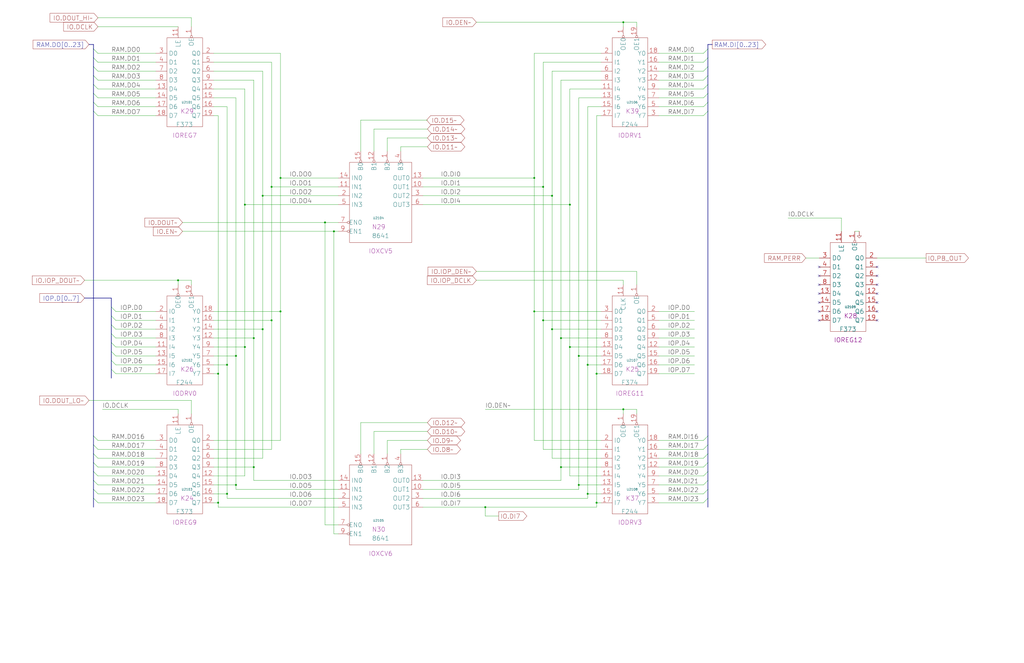
<source format=kicad_sch>
(kicad_sch (version 20230121) (generator eeschema)
  (paper "User" 584.2 378.46)
  (title_block (title "IO BUS\\nMSB DATA PATHS") (date "22-SEP-90") (rev "2.0") (comment 1 "IOC") (comment 2 "232-003061") (comment 3 "S400") (comment 4 "RELEASED"))
  (lib_symbols
    (symbol "r1000:8641" (pin_names (offset 1.016))
      (property "Reference" "U" (at 2.54 5.08 0))
      (property "Value" "8641" (at -1.27 -5.08 0))
      (property "Location" "___" (at -1.27 0 0))
      (property "Name" "______" (at 3.81 -15.24 0))
      (symbol "8641_1_1"
        (circle (center -14.605 -2.54) (radius 0.635))
        (circle (center -14.605 2.54) (radius 0.635))
        (rectangle (start -13.97 36.83) (end 21.59 -8.89))
        (circle (center -7.62 37.465) (radius 0.635))
        (circle (center 0 37.465) (radius 0.635))
        (circle (center 7.62 37.465) (radius 0.635))
        (circle (center 15.24 37.465) (radius 0.635))
        (pin bidirectional line (at 7.62 43.18 270) (length 5.08) (name "B2") (number "1"))
        (pin output line (at 27.94 22.86 180) (length 6.35) (name "OUT1") (number "10"))
        (pin input line (at -20.32 22.86 0) (length 6.35) (name "IN1") (number "11"))
        (pin bidirectional line (at 0 43.18 270) (length 5.08) (name "B1") (number "12"))
        (pin output line (at 27.94 27.94 180) (length 6.35) (name "OUT0") (number "13"))
        (pin input line (at -20.32 27.94 0) (length 6.35) (name "IN0") (number "14"))
        (pin bidirectional line (at -7.62 43.18 270) (length 5.08) (name "B0") (number "15"))
        (pin input line (at -20.32 17.78 0) (length 6.35) (name "IN2") (number "2"))
        (pin output line (at 27.94 17.78 180) (length 6.35) (name "OUT2") (number "3"))
        (pin bidirectional line (at 15.24 43.18 270) (length 5.08) (name "B3") (number "4"))
        (pin input line (at -20.32 12.7 0) (length 6.35) (name "IN3") (number "5"))
        (pin output line (at 27.94 12.7 180) (length 6.35) (name "OUT3") (number "6"))
        (pin input line (at -20.32 2.54 0) (length 5.08) (name "EN0") (number "7"))
        (pin input line (at -20.32 -2.54 0) (length 5.08) (name "EN1") (number "9"))
      )
    )
    (symbol "r1000:F244" (pin_names (offset 1.016))
      (property "Reference" "U" (at 2.54 5.08 0))
      (property "Value" "F244" (at -3.81 -7.62 0))
      (property "Location" "___" (at -1.27 0 0))
      (property "Name" "______" (at 1.27 -15.24 0))
      (symbol "F244_1_1"
        (rectangle (start -8.89 41.91) (end 11.43 -8.89))
        (circle (center -2.54 42.545) (radius 0.635))
        (circle (center 5.08 42.545) (radius 0.635))
        (pin input line (at -2.54 48.26 270) (length 5.08) (name "OE0") (number "1"))
        (pin input line (at -15.24 12.7 0) (length 6.35) (name "I4") (number "11"))
        (pin tri_state line (at 17.78 17.78 180) (length 6.35) (name "Y3") (number "12"))
        (pin input line (at -15.24 7.62 0) (length 6.35) (name "I5") (number "13"))
        (pin tri_state line (at 17.78 22.86 180) (length 6.35) (name "Y2") (number "14"))
        (pin input line (at -15.24 2.54 0) (length 6.35) (name "I6") (number "15"))
        (pin tri_state line (at 17.78 27.94 180) (length 6.35) (name "Y1") (number "16"))
        (pin input line (at -15.24 -2.54 0) (length 6.35) (name "I7") (number "17"))
        (pin tri_state line (at 17.78 33.02 180) (length 6.35) (name "Y0") (number "18"))
        (pin input line (at 5.08 48.26 270) (length 5.08) (name "OE1") (number "19"))
        (pin input line (at -15.24 33.02 0) (length 6.35) (name "I0") (number "2"))
        (pin tri_state line (at 17.78 -2.54 180) (length 6.35) (name "Y7") (number "3"))
        (pin input line (at -15.24 27.94 0) (length 6.35) (name "I1") (number "4"))
        (pin tri_state line (at 17.78 2.54 180) (length 6.35) (name "Y6") (number "5"))
        (pin input line (at -15.24 22.86 0) (length 6.35) (name "I2") (number "6"))
        (pin tri_state line (at 17.78 7.62 180) (length 6.35) (name "Y5") (number "7"))
        (pin input line (at -15.24 17.78 0) (length 6.35) (name "I3") (number "8"))
        (pin tri_state line (at 17.78 12.7 180) (length 6.35) (name "Y4") (number "9"))
      )
    )
    (symbol "r1000:F373" (pin_names (offset 1.016))
      (property "Reference" "U" (at 2.54 5.08 0))
      (property "Value" "F373" (at -3.81 -7.62 0))
      (property "Location" "___" (at -1.27 0 0))
      (property "Name" "______" (at 1.27 -15.24 0))
      (symbol "F373_1_1"
        (rectangle (start -8.89 41.91) (end 11.43 -8.89))
        (circle (center 5.08 42.545) (radius 0.635))
        (pin input line (at 5.08 48.26 270) (length 5.08) (name "OE") (number "1"))
        (pin input line (at -2.54 48.26 270) (length 6.35) (name "LE") (number "11"))
        (pin tri_state line (at 17.78 12.7 180) (length 6.35) (name "Q4") (number "12"))
        (pin input line (at -15.24 12.7 0) (length 6.35) (name "D4") (number "13"))
        (pin input line (at -15.24 7.62 0) (length 6.35) (name "D5") (number "14"))
        (pin tri_state line (at 17.78 7.62 180) (length 6.35) (name "Q5") (number "15"))
        (pin tri_state line (at 17.78 2.54 180) (length 6.35) (name "Q6") (number "16"))
        (pin input line (at -15.24 2.54 0) (length 6.35) (name "D6") (number "17"))
        (pin input line (at -15.24 -2.54 0) (length 6.35) (name "D7") (number "18"))
        (pin tri_state line (at 17.78 -2.54 180) (length 6.35) (name "Q7") (number "19"))
        (pin tri_state line (at 17.78 33.02 180) (length 6.35) (name "Q0") (number "2"))
        (pin input line (at -15.24 33.02 0) (length 6.35) (name "D0") (number "3"))
        (pin input line (at -15.24 27.94 0) (length 6.35) (name "D1") (number "4"))
        (pin tri_state line (at 17.78 27.94 180) (length 6.35) (name "Q1") (number "5"))
        (pin tri_state line (at 17.78 22.86 180) (length 6.35) (name "Q2") (number "6"))
        (pin input line (at -15.24 22.86 0) (length 6.35) (name "D2") (number "7"))
        (pin input line (at -15.24 17.78 0) (length 6.35) (name "D3") (number "8"))
        (pin tri_state line (at 17.78 17.78 180) (length 6.35) (name "Q3") (number "9"))
      )
    )
    (symbol "r1000:F374" (pin_names (offset 1.016))
      (property "Reference" "U" (at 2.54 5.08 0))
      (property "Value" "F374" (at -3.81 -7.62 0))
      (property "Location" "___" (at -1.27 0 0))
      (property "Name" "______" (at 1.27 -15.24 0))
      (symbol "F374_1_1"
        (rectangle (start -8.89 41.91) (end 11.43 -8.89))
        (circle (center 5.08 42.545) (radius 0.635))
        (pin input line (at 5.08 48.26 270) (length 5.08) (name "OE") (number "1"))
        (pin input line (at -2.54 48.26 270) (length 6.35) (name "CLK") (number "11"))
        (pin tri_state line (at 17.78 12.7 180) (length 6.35) (name "Q4") (number "12"))
        (pin input line (at -15.24 12.7 0) (length 6.35) (name "D4") (number "13"))
        (pin input line (at -15.24 7.62 0) (length 6.35) (name "D5") (number "14"))
        (pin tri_state line (at 17.78 7.62 180) (length 6.35) (name "Q5") (number "15"))
        (pin tri_state line (at 17.78 2.54 180) (length 6.35) (name "Q6") (number "16"))
        (pin input line (at -15.24 2.54 0) (length 6.35) (name "D6") (number "17"))
        (pin input line (at -15.24 -2.54 0) (length 6.35) (name "D7") (number "18"))
        (pin tri_state line (at 17.78 -2.54 180) (length 6.35) (name "Q7") (number "19"))
        (pin tri_state line (at 17.78 33.02 180) (length 6.35) (name "Q0") (number "2"))
        (pin input line (at -15.24 33.02 0) (length 6.35) (name "D0") (number "3"))
        (pin input line (at -15.24 27.94 0) (length 6.35) (name "D1") (number "4"))
        (pin tri_state line (at 17.78 27.94 180) (length 6.35) (name "Q1") (number "5"))
        (pin tri_state line (at 17.78 22.86 180) (length 6.35) (name "Q2") (number "6"))
        (pin input line (at -15.24 22.86 0) (length 6.35) (name "D2") (number "7"))
        (pin input line (at -15.24 17.78 0) (length 6.35) (name "D3") (number "8"))
        (pin tri_state line (at 17.78 17.78 180) (length 6.35) (name "Q3") (number "9"))
      )
    )
    (symbol "r1000:PD" (power) (pin_numbers hide) (pin_names hide) (in_bom no)
      (symbol "PD_0_1"
        (polyline (pts (xy 0 -2.54) (xy 1.27 -2.54) (xy 0 -3.81) (xy -1.27 -2.54) (xy 0 -2.54)) (stroke (width 0.1524)))
      )
      (symbol "PD_1_1"
        (pin power_in line (at 0 0 270) (length 2.54) (name "PD") (number "1"))
      )
    )
  )
  (junction (at 335.28 208.28))
  (junction (at 134.62 276.86))
  (junction (at 325.12 116.84))
  (junction (at 309.88 182.88))
  (junction (at 355.6 233.68))
  (junction (at 124.46 213.36))
  (junction (at 144.78 266.7))
  (junction (at 190.5 132.08))
  (junction (at 320.04 266.7))
  (junction (at 185.42 127))
  (junction (at 320.04 193.04))
  (junction (at 129.54 208.28))
  (junction (at 325.12 198.12))
  (junction (at 335.28 281.94))
  (junction (at 144.78 193.04))
  (junction (at 139.7 198.12))
  (junction (at 154.94 182.88))
  (junction (at 340.36 213.36))
  (junction (at 314.96 187.96))
  (junction (at 154.94 106.68))
  (junction (at 149.86 111.76))
  (junction (at 330.2 203.2))
  (junction (at 355.6 12.7))
  (junction (at 160.02 101.6))
  (junction (at 314.96 111.76))
  (junction (at 309.88 106.68))
  (junction (at 139.7 116.84))
  (junction (at 129.54 281.94))
  (junction (at 160.02 177.8))
  (junction (at 134.62 203.2))
  (junction (at 276.86 289.56))
  (junction (at 340.36 287.02))
  (junction (at 304.8 177.8))
  (junction (at 149.86 187.96))
  (junction (at 124.46 287.02))
  (junction (at 330.2 276.86))
  (junction (at 101.6 160.02))
  (junction (at 304.8 101.6))
  (no_connect (at 500.38 172.72))
  (no_connect (at 467.36 152.4))
  (no_connect (at 467.36 162.56))
  (no_connect (at 500.38 152.4))
  (no_connect (at 467.36 177.8))
  (no_connect (at 500.38 182.88))
  (no_connect (at 467.36 167.64))
  (no_connect (at 467.36 182.88))
  (no_connect (at 467.36 157.48))
  (no_connect (at 500.38 157.48))
  (no_connect (at 500.38 177.8))
  (no_connect (at 500.38 162.56))
  (no_connect (at 500.38 167.64))
  (no_connect (at 467.36 172.72))
  (bus_entry (at 63.5 180.34) (size 2.54 2.54))
  (bus_entry (at 63.5 205.74) (size 2.54 2.54))
  (bus_entry (at 53.34 269.24) (size 2.54 2.54))
  (bus_entry (at 63.5 185.42) (size 2.54 2.54))
  (bus_entry (at 53.34 279.4) (size 2.54 2.54))
  (bus_entry (at 403.86 274.32) (size -2.54 2.54))
  (bus_entry (at 63.5 210.82) (size 2.54 2.54))
  (bus_entry (at 53.34 43.18) (size 2.54 2.54))
  (bus_entry (at 403.86 254) (size -2.54 2.54))
  (bus_entry (at 403.86 264.16) (size -2.54 2.54))
  (bus_entry (at 403.86 53.34) (size -2.54 2.54))
  (bus_entry (at 53.34 259.08) (size 2.54 2.54))
  (bus_entry (at 403.86 38.1) (size -2.54 2.54))
  (bus_entry (at 53.34 248.92) (size 2.54 2.54))
  (bus_entry (at 53.34 53.34) (size 2.54 2.54))
  (bus_entry (at 403.86 33.02) (size -2.54 2.54))
  (bus_entry (at 53.34 254) (size 2.54 2.54))
  (bus_entry (at 403.86 279.4) (size -2.54 2.54))
  (bus_entry (at 403.86 58.42) (size -2.54 2.54))
  (bus_entry (at 53.34 264.16) (size 2.54 2.54))
  (bus_entry (at 53.34 284.48) (size 2.54 2.54))
  (bus_entry (at 53.34 58.42) (size 2.54 2.54))
  (bus_entry (at 403.86 27.94) (size -2.54 2.54))
  (bus_entry (at 403.86 63.5) (size -2.54 2.54))
  (bus_entry (at 403.86 48.26) (size -2.54 2.54))
  (bus_entry (at 53.34 63.5) (size 2.54 2.54))
  (bus_entry (at 53.34 27.94) (size 2.54 2.54))
  (bus_entry (at 63.5 175.26) (size 2.54 2.54))
  (bus_entry (at 403.86 284.48) (size -2.54 2.54))
  (bus_entry (at 53.34 33.02) (size 2.54 2.54))
  (bus_entry (at 403.86 248.92) (size -2.54 2.54))
  (bus_entry (at 403.86 43.18) (size -2.54 2.54))
  (bus_entry (at 53.34 48.26) (size 2.54 2.54))
  (bus_entry (at 53.34 274.32) (size 2.54 2.54))
  (bus_entry (at 53.34 38.1) (size 2.54 2.54))
  (bus_entry (at 63.5 195.58) (size 2.54 2.54))
  (bus_entry (at 63.5 200.66) (size 2.54 2.54))
  (bus_entry (at 403.86 259.08) (size -2.54 2.54))
  (bus_entry (at 403.86 269.24) (size -2.54 2.54))
  (bus_entry (at 63.5 190.5) (size 2.54 2.54))
  (wire (pts (xy 129.54 281.94) (xy 121.92 281.94)))
  (bus (pts (xy 403.86 248.92) (xy 403.86 254)))
  (wire (pts (xy 149.86 111.76) (xy 149.86 187.96)))
  (bus (pts (xy 63.5 170.18) (xy 63.5 175.26)))
  (wire (pts (xy 193.04 304.8) (xy 190.5 304.8)))
  (bus (pts (xy 53.34 254) (xy 53.34 259.08)))
  (wire (pts (xy 109.22 10.16) (xy 109.22 15.24)))
  (wire (pts (xy 149.86 111.76) (xy 193.04 111.76)))
  (bus (pts (xy 403.86 53.34) (xy 403.86 58.42)))
  (wire (pts (xy 121.92 266.7) (xy 144.78 266.7)))
  (wire (pts (xy 355.6 160.02) (xy 355.6 162.56)))
  (wire (pts (xy 134.62 279.4) (xy 193.04 279.4)))
  (wire (pts (xy 375.92 193.04) (xy 396.24 193.04)))
  (bus (pts (xy 53.34 48.26) (xy 53.34 53.34)))
  (wire (pts (xy 375.92 213.36) (xy 396.24 213.36)))
  (wire (pts (xy 134.62 276.86) (xy 134.62 279.4)))
  (wire (pts (xy 320.04 45.72) (xy 320.04 193.04)))
  (wire (pts (xy 375.92 187.96) (xy 396.24 187.96)))
  (wire (pts (xy 139.7 116.84) (xy 193.04 116.84)))
  (bus (pts (xy 53.34 264.16) (xy 53.34 269.24)))
  (wire (pts (xy 154.94 106.68) (xy 193.04 106.68)))
  (wire (pts (xy 375.92 198.12) (xy 396.24 198.12)))
  (wire (pts (xy 375.92 261.62) (xy 401.32 261.62)))
  (wire (pts (xy 121.92 50.8) (xy 139.7 50.8)))
  (wire (pts (xy 314.96 187.96) (xy 314.96 261.62)))
  (wire (pts (xy 124.46 289.56) (xy 193.04 289.56)))
  (wire (pts (xy 48.26 160.02) (xy 101.6 160.02)))
  (wire (pts (xy 335.28 208.28) (xy 342.9 208.28)))
  (bus (pts (xy 53.34 274.32) (xy 53.34 279.4)))
  (wire (pts (xy 375.92 40.64) (xy 401.32 40.64)))
  (wire (pts (xy 241.3 106.68) (xy 309.88 106.68)))
  (wire (pts (xy 185.42 127) (xy 185.42 299.72)))
  (wire (pts (xy 276.86 289.56) (xy 276.86 294.64)))
  (bus (pts (xy 53.34 248.92) (xy 53.34 254)))
  (wire (pts (xy 243.84 251.46) (xy 220.98 251.46)))
  (wire (pts (xy 121.92 40.64) (xy 149.86 40.64)))
  (wire (pts (xy 330.2 203.2) (xy 330.2 276.86)))
  (wire (pts (xy 213.36 86.36) (xy 213.36 73.66)))
  (wire (pts (xy 375.92 30.48) (xy 401.32 30.48)))
  (wire (pts (xy 121.92 276.86) (xy 134.62 276.86)))
  (wire (pts (xy 55.88 266.7) (xy 88.9 266.7)))
  (wire (pts (xy 325.12 116.84) (xy 325.12 50.8)))
  (wire (pts (xy 309.88 182.88) (xy 309.88 106.68)))
  (wire (pts (xy 66.04 208.28) (xy 88.9 208.28)))
  (wire (pts (xy 55.88 271.78) (xy 88.9 271.78)))
  (wire (pts (xy 55.88 281.94) (xy 88.9 281.94)))
  (wire (pts (xy 375.92 256.54) (xy 401.32 256.54)))
  (wire (pts (xy 241.3 284.48) (xy 335.28 284.48)))
  (wire (pts (xy 228.6 83.82) (xy 243.84 83.82)))
  (wire (pts (xy 335.28 60.96) (xy 342.9 60.96)))
  (wire (pts (xy 101.6 233.68) (xy 101.6 236.22)))
  (wire (pts (xy 50.8 228.6) (xy 109.22 228.6)))
  (wire (pts (xy 449.58 124.46) (xy 480.06 124.46)))
  (wire (pts (xy 149.86 187.96) (xy 149.86 261.62)))
  (wire (pts (xy 480.06 124.46) (xy 480.06 132.08)))
  (wire (pts (xy 320.04 274.32) (xy 320.04 266.7)))
  (wire (pts (xy 243.84 78.74) (xy 220.98 78.74)))
  (wire (pts (xy 335.28 208.28) (xy 335.28 60.96)))
  (wire (pts (xy 241.3 111.76) (xy 314.96 111.76)))
  (wire (pts (xy 355.6 233.68) (xy 355.6 236.22)))
  (bus (pts (xy 63.5 200.66) (xy 63.5 205.74)))
  (wire (pts (xy 55.88 55.88) (xy 88.9 55.88)))
  (wire (pts (xy 121.92 60.96) (xy 129.54 60.96)))
  (wire (pts (xy 121.92 203.2) (xy 134.62 203.2)))
  (wire (pts (xy 243.84 241.3) (xy 205.74 241.3)))
  (wire (pts (xy 355.6 12.7) (xy 363.22 12.7)))
  (wire (pts (xy 154.94 35.56) (xy 121.92 35.56)))
  (wire (pts (xy 55.88 15.24) (xy 101.6 15.24)))
  (wire (pts (xy 375.92 66.04) (xy 401.32 66.04)))
  (wire (pts (xy 314.96 261.62) (xy 342.9 261.62)))
  (wire (pts (xy 228.6 259.08) (xy 228.6 256.54)))
  (wire (pts (xy 55.88 35.56) (xy 88.9 35.56)))
  (bus (pts (xy 403.86 279.4) (xy 403.86 284.48)))
  (bus (pts (xy 53.34 259.08) (xy 53.34 264.16)))
  (wire (pts (xy 340.36 66.04) (xy 340.36 213.36)))
  (wire (pts (xy 104.14 132.08) (xy 190.5 132.08)))
  (wire (pts (xy 121.92 208.28) (xy 129.54 208.28)))
  (wire (pts (xy 55.88 261.62) (xy 88.9 261.62)))
  (bus (pts (xy 53.34 284.48) (xy 53.34 289.56)))
  (wire (pts (xy 55.88 276.86) (xy 88.9 276.86)))
  (wire (pts (xy 66.04 182.88) (xy 88.9 182.88)))
  (wire (pts (xy 375.92 35.56) (xy 401.32 35.56)))
  (wire (pts (xy 139.7 198.12) (xy 139.7 271.78)))
  (wire (pts (xy 276.86 289.56) (xy 340.36 289.56)))
  (wire (pts (xy 104.14 127) (xy 185.42 127)))
  (wire (pts (xy 375.92 251.46) (xy 401.32 251.46)))
  (wire (pts (xy 375.92 182.88) (xy 396.24 182.88)))
  (bus (pts (xy 53.34 43.18) (xy 53.34 48.26)))
  (bus (pts (xy 403.86 25.4) (xy 403.86 27.94)))
  (wire (pts (xy 154.94 182.88) (xy 154.94 106.68)))
  (wire (pts (xy 109.22 160.02) (xy 109.22 162.56)))
  (bus (pts (xy 63.5 205.74) (xy 63.5 210.82)))
  (wire (pts (xy 459.74 147.32) (xy 467.36 147.32)))
  (wire (pts (xy 375.92 203.2) (xy 396.24 203.2)))
  (wire (pts (xy 314.96 187.96) (xy 342.9 187.96)))
  (wire (pts (xy 134.62 203.2) (xy 134.62 55.88)))
  (bus (pts (xy 403.86 43.18) (xy 403.86 48.26)))
  (wire (pts (xy 193.04 284.48) (xy 129.54 284.48)))
  (wire (pts (xy 375.92 276.86) (xy 401.32 276.86)))
  (wire (pts (xy 375.92 287.02) (xy 401.32 287.02)))
  (bus (pts (xy 403.86 48.26) (xy 403.86 53.34)))
  (wire (pts (xy 101.6 160.02) (xy 109.22 160.02)))
  (wire (pts (xy 304.8 177.8) (xy 342.9 177.8)))
  (wire (pts (xy 55.88 251.46) (xy 88.9 251.46)))
  (wire (pts (xy 129.54 208.28) (xy 129.54 281.94)))
  (wire (pts (xy 342.9 271.78) (xy 325.12 271.78)))
  (wire (pts (xy 363.22 12.7) (xy 363.22 15.24)))
  (wire (pts (xy 55.88 287.02) (xy 88.9 287.02)))
  (wire (pts (xy 55.88 50.8) (xy 88.9 50.8)))
  (wire (pts (xy 342.9 256.54) (xy 309.88 256.54)))
  (bus (pts (xy 53.34 25.4) (xy 53.34 27.94)))
  (wire (pts (xy 375.92 271.78) (xy 401.32 271.78)))
  (wire (pts (xy 375.92 55.88) (xy 401.32 55.88)))
  (wire (pts (xy 309.88 35.56) (xy 342.9 35.56)))
  (wire (pts (xy 320.04 193.04) (xy 320.04 266.7)))
  (wire (pts (xy 134.62 276.86) (xy 134.62 203.2)))
  (wire (pts (xy 363.22 233.68) (xy 363.22 236.22)))
  (wire (pts (xy 241.3 116.84) (xy 325.12 116.84)))
  (wire (pts (xy 121.92 213.36) (xy 124.46 213.36)))
  (wire (pts (xy 66.04 187.96) (xy 88.9 187.96)))
  (wire (pts (xy 375.92 177.8) (xy 396.24 177.8)))
  (wire (pts (xy 241.3 101.6) (xy 304.8 101.6)))
  (wire (pts (xy 314.96 40.64) (xy 314.96 111.76)))
  (wire (pts (xy 101.6 160.02) (xy 101.6 162.56)))
  (bus (pts (xy 63.5 210.82) (xy 63.5 215.9)))
  (wire (pts (xy 124.46 66.04) (xy 121.92 66.04)))
  (wire (pts (xy 355.6 233.68) (xy 363.22 233.68)))
  (wire (pts (xy 129.54 284.48) (xy 129.54 281.94)))
  (wire (pts (xy 213.36 259.08) (xy 213.36 246.38)))
  (wire (pts (xy 55.88 10.16) (xy 109.22 10.16)))
  (bus (pts (xy 53.34 53.34) (xy 53.34 58.42)))
  (wire (pts (xy 213.36 73.66) (xy 243.84 73.66)))
  (wire (pts (xy 330.2 55.88) (xy 330.2 203.2)))
  (wire (pts (xy 160.02 101.6) (xy 160.02 177.8)))
  (wire (pts (xy 309.88 182.88) (xy 342.9 182.88)))
  (wire (pts (xy 129.54 60.96) (xy 129.54 208.28)))
  (wire (pts (xy 220.98 251.46) (xy 220.98 259.08)))
  (bus (pts (xy 53.34 58.42) (xy 53.34 63.5)))
  (wire (pts (xy 487.68 132.08) (xy 490.22 132.08)))
  (bus (pts (xy 48.26 170.18) (xy 63.5 170.18)))
  (wire (pts (xy 342.9 55.88) (xy 330.2 55.88)))
  (wire (pts (xy 66.04 193.04) (xy 88.9 193.04)))
  (wire (pts (xy 320.04 266.7) (xy 342.9 266.7)))
  (wire (pts (xy 271.78 12.7) (xy 355.6 12.7)))
  (wire (pts (xy 330.2 279.4) (xy 330.2 276.86)))
  (wire (pts (xy 205.74 68.58) (xy 205.74 86.36)))
  (wire (pts (xy 55.88 66.04) (xy 88.9 66.04)))
  (wire (pts (xy 149.86 40.64) (xy 149.86 111.76)))
  (wire (pts (xy 154.94 106.68) (xy 154.94 35.56)))
  (wire (pts (xy 144.78 45.72) (xy 121.92 45.72)))
  (bus (pts (xy 403.86 269.24) (xy 403.86 274.32)))
  (wire (pts (xy 160.02 177.8) (xy 160.02 251.46)))
  (bus (pts (xy 53.34 33.02) (xy 53.34 38.1)))
  (wire (pts (xy 121.92 193.04) (xy 144.78 193.04)))
  (wire (pts (xy 340.36 213.36) (xy 342.9 213.36)))
  (wire (pts (xy 66.04 213.36) (xy 88.9 213.36)))
  (wire (pts (xy 314.96 40.64) (xy 342.9 40.64)))
  (wire (pts (xy 342.9 30.48) (xy 304.8 30.48)))
  (bus (pts (xy 63.5 195.58) (xy 63.5 200.66)))
  (wire (pts (xy 340.36 213.36) (xy 340.36 287.02)))
  (wire (pts (xy 325.12 271.78) (xy 325.12 198.12)))
  (wire (pts (xy 330.2 276.86) (xy 342.9 276.86)))
  (wire (pts (xy 342.9 66.04) (xy 340.36 66.04)))
  (wire (pts (xy 284.48 294.64) (xy 276.86 294.64)))
  (wire (pts (xy 342.9 281.94) (xy 335.28 281.94)))
  (wire (pts (xy 190.5 132.08) (xy 193.04 132.08)))
  (wire (pts (xy 144.78 274.32) (xy 144.78 266.7)))
  (wire (pts (xy 375.92 45.72) (xy 401.32 45.72)))
  (wire (pts (xy 340.36 287.02) (xy 342.9 287.02)))
  (wire (pts (xy 271.78 160.02) (xy 355.6 160.02)))
  (bus (pts (xy 403.86 27.94) (xy 403.86 33.02)))
  (wire (pts (xy 320.04 193.04) (xy 342.9 193.04)))
  (wire (pts (xy 309.88 106.68) (xy 309.88 35.56)))
  (wire (pts (xy 241.3 274.32) (xy 320.04 274.32)))
  (wire (pts (xy 309.88 256.54) (xy 309.88 182.88)))
  (bus (pts (xy 63.5 185.42) (xy 63.5 190.5)))
  (wire (pts (xy 160.02 101.6) (xy 193.04 101.6)))
  (wire (pts (xy 124.46 287.02) (xy 124.46 289.56)))
  (wire (pts (xy 325.12 198.12) (xy 325.12 116.84)))
  (wire (pts (xy 375.92 266.7) (xy 401.32 266.7)))
  (wire (pts (xy 500.38 147.32) (xy 528.32 147.32)))
  (wire (pts (xy 335.28 284.48) (xy 335.28 281.94)))
  (wire (pts (xy 304.8 30.48) (xy 304.8 101.6)))
  (wire (pts (xy 58.42 233.68) (xy 101.6 233.68)))
  (wire (pts (xy 134.62 55.88) (xy 121.92 55.88)))
  (wire (pts (xy 304.8 251.46) (xy 342.9 251.46)))
  (wire (pts (xy 160.02 30.48) (xy 160.02 101.6)))
  (wire (pts (xy 335.28 281.94) (xy 335.28 208.28)))
  (bus (pts (xy 63.5 180.34) (xy 63.5 185.42)))
  (wire (pts (xy 375.92 208.28) (xy 396.24 208.28)))
  (wire (pts (xy 325.12 50.8) (xy 342.9 50.8)))
  (bus (pts (xy 53.34 279.4) (xy 53.34 284.48)))
  (wire (pts (xy 355.6 12.7) (xy 355.6 15.24)))
  (wire (pts (xy 228.6 256.54) (xy 243.84 256.54)))
  (bus (pts (xy 403.86 264.16) (xy 403.86 269.24)))
  (wire (pts (xy 124.46 66.04) (xy 124.46 213.36)))
  (wire (pts (xy 213.36 246.38) (xy 243.84 246.38)))
  (bus (pts (xy 53.34 38.1) (xy 53.34 43.18)))
  (wire (pts (xy 55.88 256.54) (xy 88.9 256.54)))
  (wire (pts (xy 205.74 241.3) (xy 205.74 259.08)))
  (wire (pts (xy 149.86 261.62) (xy 121.92 261.62)))
  (wire (pts (xy 160.02 251.46) (xy 121.92 251.46)))
  (wire (pts (xy 304.8 101.6) (xy 304.8 177.8)))
  (wire (pts (xy 241.3 289.56) (xy 276.86 289.56)))
  (wire (pts (xy 121.92 187.96) (xy 149.86 187.96)))
  (wire (pts (xy 121.92 271.78) (xy 139.7 271.78)))
  (bus (pts (xy 63.5 190.5) (xy 63.5 195.58)))
  (wire (pts (xy 185.42 299.72) (xy 193.04 299.72)))
  (wire (pts (xy 276.86 233.68) (xy 355.6 233.68)))
  (bus (pts (xy 403.86 274.32) (xy 403.86 279.4)))
  (bus (pts (xy 50.8 25.4) (xy 53.34 25.4)))
  (wire (pts (xy 228.6 86.36) (xy 228.6 83.82)))
  (wire (pts (xy 363.22 154.94) (xy 363.22 162.56)))
  (wire (pts (xy 154.94 256.54) (xy 154.94 182.88)))
  (wire (pts (xy 271.78 154.94) (xy 363.22 154.94)))
  (wire (pts (xy 340.36 289.56) (xy 340.36 287.02)))
  (wire (pts (xy 325.12 198.12) (xy 342.9 198.12)))
  (wire (pts (xy 304.8 177.8) (xy 304.8 251.46)))
  (bus (pts (xy 63.5 175.26) (xy 63.5 180.34)))
  (wire (pts (xy 55.88 40.64) (xy 88.9 40.64)))
  (wire (pts (xy 55.88 60.96) (xy 88.9 60.96)))
  (wire (pts (xy 121.92 177.8) (xy 160.02 177.8)))
  (wire (pts (xy 144.78 193.04) (xy 144.78 45.72)))
  (wire (pts (xy 55.88 45.72) (xy 88.9 45.72)))
  (wire (pts (xy 375.92 281.94) (xy 401.32 281.94)))
  (wire (pts (xy 375.92 60.96) (xy 401.32 60.96)))
  (wire (pts (xy 220.98 78.74) (xy 220.98 86.36)))
  (wire (pts (xy 66.04 203.2) (xy 88.9 203.2)))
  (wire (pts (xy 144.78 266.7) (xy 144.78 193.04)))
  (bus (pts (xy 403.86 33.02) (xy 403.86 38.1)))
  (wire (pts (xy 241.3 279.4) (xy 330.2 279.4)))
  (wire (pts (xy 193.04 127) (xy 185.42 127)))
  (bus (pts (xy 53.34 27.94) (xy 53.34 33.02)))
  (bus (pts (xy 403.86 284.48) (xy 403.86 289.56)))
  (wire (pts (xy 243.84 68.58) (xy 205.74 68.58)))
  (bus (pts (xy 403.86 58.42) (xy 403.86 63.5)))
  (bus (pts (xy 403.86 254) (xy 403.86 259.08)))
  (wire (pts (xy 109.22 228.6) (xy 109.22 236.22)))
  (wire (pts (xy 121.92 182.88) (xy 154.94 182.88)))
  (wire (pts (xy 121.92 30.48) (xy 160.02 30.48)))
  (wire (pts (xy 124.46 213.36) (xy 124.46 287.02)))
  (wire (pts (xy 139.7 116.84) (xy 139.7 198.12)))
  (wire (pts (xy 121.92 256.54) (xy 154.94 256.54)))
  (wire (pts (xy 314.96 111.76) (xy 314.96 187.96)))
  (bus (pts (xy 403.86 38.1) (xy 403.86 43.18)))
  (wire (pts (xy 121.92 287.02) (xy 124.46 287.02)))
  (wire (pts (xy 193.04 274.32) (xy 144.78 274.32)))
  (wire (pts (xy 375.92 50.8) (xy 401.32 50.8)))
  (bus (pts (xy 53.34 63.5) (xy 53.34 248.92)))
  (wire (pts (xy 320.04 45.72) (xy 342.9 45.72)))
  (wire (pts (xy 330.2 203.2) (xy 342.9 203.2)))
  (bus (pts (xy 403.86 259.08) (xy 403.86 264.16)))
  (wire (pts (xy 55.88 30.48) (xy 88.9 30.48)))
  (wire (pts (xy 190.5 304.8) (xy 190.5 132.08)))
  (wire (pts (xy 66.04 198.12) (xy 88.9 198.12)))
  (bus (pts (xy 53.34 269.24) (xy 53.34 274.32)))
  (bus (pts (xy 403.86 25.4) (xy 406.4 25.4)))
  (wire (pts (xy 121.92 198.12) (xy 139.7 198.12)))
  (wire (pts (xy 66.04 177.8) (xy 88.9 177.8)))
  (bus (pts (xy 403.86 63.5) (xy 403.86 248.92)))
  (wire (pts (xy 139.7 50.8) (xy 139.7 116.84)))
  (label "RAM.DO23" (at 63.5 287.02 0) (effects (font (size 2.54 2.54))))
  (label "IOP.D5" (at 381 203.2 0) (effects (font (size 2.54 2.54))))
  (label "RAM.DO7" (at 63.5 66.04 0) (effects (font (size 2.54 2.54))))
  (label "IO.DO1" (at 165.1 106.68 0) (effects (font (size 2.54 2.54))))
  (label "RAM.DI7" (at 381 66.04 0) (effects (font (size 2.54 2.54))))
  (label "RAM.DO16" (at 63.5 251.46 0) (effects (font (size 2.54 2.54))))
  (label "IOP.D7" (at 381 213.36 0) (effects (font (size 2.54 2.54))))
  (label "IOP.D4" (at 68.58 198.12 0) (effects (font (size 2.54 2.54))))
  (label "RAM.DO21" (at 63.5 276.86 0) (effects (font (size 2.54 2.54))))
  (label "IOP.D3" (at 381 193.04 0) (effects (font (size 2.54 2.54))))
  (label "IO.DO2" (at 165.1 111.76 0) (effects (font (size 2.54 2.54))))
  (label "IOP.D6" (at 68.58 208.28 0) (effects (font (size 2.54 2.54))))
  (label "RAM.DI16" (at 381 251.46 0) (effects (font (size 2.54 2.54))))
  (label "RAM.DI3" (at 381 45.72 0) (effects (font (size 2.54 2.54))))
  (label "RAM.DI5" (at 381 55.88 0) (effects (font (size 2.54 2.54))))
  (label "IO.DO3" (at 165.1 274.32 0) (effects (font (size 2.54 2.54))))
  (label "RAM.DI18" (at 381 261.62 0) (effects (font (size 2.54 2.54))))
  (label "RAM.DO22" (at 63.5 281.94 0) (effects (font (size 2.54 2.54))))
  (label "RAM.DI20" (at 381 271.78 0) (effects (font (size 2.54 2.54))))
  (label "IO.DO0" (at 165.1 101.6 0) (effects (font (size 2.54 2.54))))
  (label "RAM.DI4" (at 381 50.8 0) (effects (font (size 2.54 2.54))))
  (label "RAM.DI21" (at 381 276.86 0) (effects (font (size 2.54 2.54))))
  (label "RAM.DO17" (at 63.5 256.54 0) (effects (font (size 2.54 2.54))))
  (label "RAM.DO4" (at 63.5 50.8 0) (effects (font (size 2.54 2.54))))
  (label "RAM.DO19" (at 63.5 266.7 0) (effects (font (size 2.54 2.54))))
  (label "RAM.DI17" (at 381 256.54 0) (effects (font (size 2.54 2.54))))
  (label "IO.DI0" (at 251.46 101.6 0) (effects (font (size 2.54 2.54))))
  (label "IOP.D0" (at 68.58 177.8 0) (effects (font (size 2.54 2.54))))
  (label "RAM.DO5" (at 63.5 55.88 0) (effects (font (size 2.54 2.54))))
  (label "RAM.DI19" (at 381 266.7 0) (effects (font (size 2.54 2.54))))
  (label "IOP.D1" (at 381 182.88 0) (effects (font (size 2.54 2.54))))
  (label "IO.DI7" (at 251.46 289.56 0) (effects (font (size 2.54 2.54))))
  (label "IO.DI1" (at 251.46 106.68 0) (effects (font (size 2.54 2.54))))
  (label "IOP.D5" (at 68.58 203.2 0) (effects (font (size 2.54 2.54))))
  (label "RAM.DI6" (at 381 60.96 0) (effects (font (size 2.54 2.54))))
  (label "RAM.DI1" (at 381 35.56 0) (effects (font (size 2.54 2.54))))
  (label "IO.DEN~" (at 276.86 233.68 0) (effects (font (size 2.54 2.54))))
  (label "IO.DI3" (at 251.46 274.32 0) (effects (font (size 2.54 2.54))))
  (label "IOP.D4" (at 381 198.12 0) (effects (font (size 2.54 2.54))))
  (label "IO.DI6" (at 251.46 284.48 0) (effects (font (size 2.54 2.54))))
  (label "IOP.D2" (at 381 187.96 0) (effects (font (size 2.54 2.54))))
  (label "RAM.DO0" (at 63.5 30.48 0) (effects (font (size 2.54 2.54))))
  (label "RAM.DI23" (at 381 287.02 0) (effects (font (size 2.54 2.54))))
  (label "IO.DCLK" (at 58.42 233.68 0) (effects (font (size 2.54 2.54))))
  (label "RAM.DI2" (at 381 40.64 0) (effects (font (size 2.54 2.54))))
  (label "RAM.DO1" (at 63.5 35.56 0) (effects (font (size 2.54 2.54))))
  (label "IO.DO5" (at 165.1 279.4 0) (effects (font (size 2.54 2.54))))
  (label "RAM.DO3" (at 63.5 45.72 0) (effects (font (size 2.54 2.54))))
  (label "RAM.DO18" (at 63.5 261.62 0) (effects (font (size 2.54 2.54))))
  (label "RAM.DI22" (at 381 281.94 0) (effects (font (size 2.54 2.54))))
  (label "IO.DI4" (at 251.46 116.84 0) (effects (font (size 2.54 2.54))))
  (label "RAM.DI0" (at 381 30.48 0) (effects (font (size 2.54 2.54))))
  (label "IO.DI2" (at 251.46 111.76 0) (effects (font (size 2.54 2.54))))
  (label "IOP.D3" (at 68.58 193.04 0) (effects (font (size 2.54 2.54))))
  (label "IOP.D0" (at 381 177.8 0) (effects (font (size 2.54 2.54))))
  (label "IO.DO4" (at 165.1 116.84 0) (effects (font (size 2.54 2.54))))
  (label "RAM.DO6" (at 63.5 60.96 0) (effects (font (size 2.54 2.54))))
  (label "RAM.DO2" (at 63.5 40.64 0) (effects (font (size 2.54 2.54))))
  (label "IO.DCLK" (at 449.58 124.46 0) (effects (font (size 2.54 2.54))))
  (label "IOP.D1" (at 68.58 182.88 0) (effects (font (size 2.54 2.54))))
  (label "IOP.D2" (at 68.58 187.96 0) (effects (font (size 2.54 2.54))))
  (label "IO.DI5" (at 251.46 279.4 0) (effects (font (size 2.54 2.54))))
  (label "IO.DO6" (at 165.1 284.48 0) (effects (font (size 2.54 2.54))))
  (label "IOP.D7" (at 68.58 213.36 0) (effects (font (size 2.54 2.54))))
  (label "IOP.D6" (at 381 208.28 0) (effects (font (size 2.54 2.54))))
  (label "RAM.DO20" (at 63.5 271.78 0) (effects (font (size 2.54 2.54))))
  (label "IO.DO7" (at 165.1 289.56 0) (effects (font (size 2.54 2.54))))
  (global_label "IO.DEN~" (shape input) (at 271.78 12.7 180) (effects (font (size 2.54 2.54))) (property "Intersheetrefs" "${INTERSHEET_REFS}" (at 252.1797 12.5413 0) (effects (font (size 1.905 1.905)) (justify right))))
  (global_label "IO.D14~" (shape bidirectional) (at 243.84 73.66 0) (effects (font (size 2.54 2.54))) (property "Intersheetrefs" "${INTERSHEET_REFS}" (at 263.3194 73.5013 0) (effects (font (size 1.905 1.905)) (justify left))))
  (global_label "IO.IOP_DOUT~" (shape input) (at 48.26 160.02 180) (effects (font (size 2.54 2.54))) (property "Intersheetrefs" "${INTERSHEET_REFS}" (at 18.0159 159.8613 0) (effects (font (size 1.905 1.905)) (justify right))))
  (global_label "IO.IOP_DEN~" (shape input) (at 271.78 154.94 180) (effects (font (size 2.54 2.54))) (property "Intersheetrefs" "${INTERSHEET_REFS}" (at 243.834 154.7813 0) (effects (font (size 1.905 1.905)) (justify right))))
  (global_label "IO.DCLK" (shape input) (at 55.88 15.24 180) (effects (font (size 2.54 2.54))) (property "Intersheetrefs" "${INTERSHEET_REFS}" (at 35.9168 15.0813 0) (effects (font (size 1.905 1.905)) (justify right))))
  (global_label "IO.D8~" (shape bidirectional) (at 243.84 256.54 0) (effects (font (size 2.54 2.54))) (property "Intersheetrefs" "${INTERSHEET_REFS}" (at 260.9003 256.3813 0) (effects (font (size 1.905 1.905)) (justify left))))
  (global_label "IOP.D[0..7]" (shape input) (at 48.26 170.18 180) (effects (font (size 2.54 2.54))) (property "Intersheetrefs" "${INTERSHEET_REFS}" (at 22.2492 170.0213 0) (effects (font (size 1.905 1.905)) (justify right))))
  (global_label "IO.D12~" (shape bidirectional) (at 243.84 241.3 0) (effects (font (size 2.54 2.54))) (property "Intersheetrefs" "${INTERSHEET_REFS}" (at 263.3194 241.1413 0) (effects (font (size 1.905 1.905)) (justify left))))
  (global_label "IO.DI7" (shape output) (at 284.48 294.64 0) (effects (font (size 2.54 2.54))) (property "Intersheetrefs" "${INTERSHEET_REFS}" (at 300.9356 294.4813 0) (effects (font (size 1.905 1.905)) (justify left))))
  (global_label "IO.IOP_DCLK" (shape input) (at 271.78 160.02 180) (effects (font (size 2.54 2.54))) (property "Intersheetrefs" "${INTERSHEET_REFS}" (at 243.4711 159.8613 0) (effects (font (size 1.905 1.905)) (justify right))))
  (global_label "IO.D13~" (shape bidirectional) (at 243.84 78.74 0) (effects (font (size 2.54 2.54))) (property "Intersheetrefs" "${INTERSHEET_REFS}" (at 263.3194 78.5813 0) (effects (font (size 1.905 1.905)) (justify left))))
  (global_label "IO.PB_OUT" (shape output) (at 528.32 147.32 0) (effects (font (size 2.54 2.54))) (property "Intersheetrefs" "${INTERSHEET_REFS}" (at 552.8794 147.1613 0) (effects (font (size 1.905 1.905)) (justify left))))
  (global_label "IO.D9~" (shape bidirectional) (at 243.84 251.46 0) (effects (font (size 2.54 2.54))) (property "Intersheetrefs" "${INTERSHEET_REFS}" (at 260.9003 251.3013 0) (effects (font (size 1.905 1.905)) (justify left))))
  (global_label "RAM.PERR" (shape input) (at 459.74 147.32 180) (effects (font (size 2.54 2.54))) (property "Intersheetrefs" "${INTERSHEET_REFS}" (at 435.7854 147.1613 0) (effects (font (size 1.905 1.905)) (justify right))))
  (global_label "IO.D11~" (shape bidirectional) (at 243.84 83.82 0) (effects (font (size 2.54 2.54))) (property "Intersheetrefs" "${INTERSHEET_REFS}" (at 263.3194 83.6613 0) (effects (font (size 1.905 1.905)) (justify left))))
  (global_label "RAM.DI[0..23]" (shape output) (at 406.4 25.4 0) (effects (font (size 2.54 2.54))) (property "Intersheetrefs" "${INTERSHEET_REFS}" (at 437.2489 25.2413 0) (effects (font (size 1.905 1.905)) (justify left))))
  (global_label "IO.DOUT~" (shape input) (at 104.14 127 180) (effects (font (size 2.54 2.54))) (property "Intersheetrefs" "${INTERSHEET_REFS}" (at 82.2416 126.8413 0) (effects (font (size 1.905 1.905)) (justify right))))
  (global_label "IO.DOUT_LO~" (shape input) (at 50.8 228.6 180) (effects (font (size 2.54 2.54))) (property "Intersheetrefs" "${INTERSHEET_REFS}" (at 22.2492 228.4413 0) (effects (font (size 1.905 1.905)) (justify right))))
  (global_label "IO.DOUT_HI~" (shape input) (at 55.88 10.16 180) (effects (font (size 2.54 2.54))) (property "Intersheetrefs" "${INTERSHEET_REFS}" (at 28.1759 10.0013 0) (effects (font (size 1.905 1.905)) (justify right))))
  (global_label "IO.EN~" (shape input) (at 104.14 132.08 180) (effects (font (size 2.54 2.54))) (property "Intersheetrefs" "${INTERSHEET_REFS}" (at 87.0797 131.9213 0) (effects (font (size 1.905 1.905)) (justify right))))
  (global_label "IO.D10~" (shape bidirectional) (at 243.84 246.38 0) (effects (font (size 2.54 2.54))) (property "Intersheetrefs" "${INTERSHEET_REFS}" (at 263.3194 246.2213 0) (effects (font (size 1.905 1.905)) (justify left))))
  (global_label "RAM.DO[0..23]" (shape input) (at 50.8 25.4 180) (effects (font (size 2.54 2.54))) (property "Intersheetrefs" "${INTERSHEET_REFS}" (at 18.4997 25.2413 0) (effects (font (size 1.905 1.905)) (justify right))))
  (global_label "IO.D15~" (shape bidirectional) (at 243.4047 68.58 0) (effects (font (size 2.54 2.54))) (property "Intersheetrefs" "${INTERSHEET_REFS}" (at 262.8841 68.4213 0) (effects (font (size 1.905 1.905)) (justify left))))
  (symbol (lib_id "r1000:F374") (at 358.14 210.82 0) (unit 1)
    (property "Reference" "U2107" (at 360.68 205.74 0))
    (property "Value" "F374" (at 354.33 218.44 0) (effects (font (size 2.54 2.54)) (justify left)))
    (property "Location" "K25" (at 356.87 210.82 0) (effects (font (size 2.54 2.54)) (justify left)))
    (property "Name" "IOREG11" (at 359.41 226.06 0) (effects (font (size 2.54 2.54)) (justify bottom)))
  )
  (symbol (lib_id "r1000:F373") (at 482.6 180.34 0) (unit 1)
    (property "Reference" "U2109" (at 485.14 175.26 0))
    (property "Value" "F373" (at 478.79 187.96 0) (effects (font (size 2.54 2.54)) (justify left)))
    (property "Location" "K28" (at 481.33 180.34 0) (effects (font (size 2.54 2.54)) (justify left)))
    (property "Name" "IOREG12" (at 483.87 195.58 0) (effects (font (size 2.54 2.54)) (justify bottom)))
  )
  (symbol (lib_id "r1000:8641") (at 213.36 302.26 0) (unit 1)
    (property "Reference" "U2105" (at 215.9 297.18 0))
    (property "Value" "8641" (at 212.09 307.34 0) (effects (font (size 2.54 2.54)) (justify left)))
    (property "Location" "N30" (at 212.09 302.26 0) (effects (font (size 2.54 2.54)) (justify left)))
    (property "Name" "IOXCV6" (at 217.17 317.5 0) (effects (font (size 2.54 2.54)) (justify bottom)))
  )
  (symbol (lib_id "r1000:F373") (at 104.14 284.48 0) (unit 1)
    (property "Reference" "U2103" (at 106.68 279.4 0))
    (property "Value" "F373" (at 100.33 292.1 0) (effects (font (size 2.54 2.54)) (justify left)))
    (property "Location" "K24" (at 102.87 284.48 0) (effects (font (size 2.54 2.54)) (justify left)))
    (property "Name" "IOREG9" (at 105.41 299.72 0) (effects (font (size 2.54 2.54)) (justify bottom)))
  )
  (symbol (lib_id "r1000:PD") (at 490.22 132.08 0) (unit 1) (in_bom no)
    (property "Reference" "#PWR02101" (effects hide))
    (property "Value" "PD" (effects hide))
  )
  (symbol (lib_id "r1000:F373") (at 104.14 63.5 0) (unit 1)
    (property "Reference" "U2101" (at 106.68 58.42 0))
    (property "Value" "F373" (at 100.33 71.12 0) (effects (font (size 2.54 2.54)) (justify left)))
    (property "Location" "K29" (at 102.87 63.5 0) (effects (font (size 2.54 2.54)) (justify left)))
    (property "Name" "IOREG7" (at 105.41 78.74 0) (effects (font (size 2.54 2.54)) (justify bottom)))
  )
  (symbol (lib_id "r1000:F244") (at 358.14 284.48 0) (unit 1)
    (property "Reference" "U2108" (at 360.68 279.4 0))
    (property "Value" "F244" (at 354.33 292.1 0) (effects (font (size 2.54 2.54)) (justify left)))
    (property "Location" "K37" (at 356.87 284.48 0) (effects (font (size 2.54 2.54)) (justify left)))
    (property "Name" "IODRV3" (at 359.41 299.72 0) (effects (font (size 2.54 2.54)) (justify bottom)))
  )
  (symbol (lib_id "r1000:8641") (at 213.36 129.54 0) (unit 1)
    (property "Reference" "U2104" (at 215.9 124.46 0))
    (property "Value" "8641" (at 212.09 134.62 0) (effects (font (size 2.54 2.54)) (justify left)))
    (property "Location" "N29" (at 212.09 129.54 0) (effects (font (size 2.54 2.54)) (justify left)))
    (property "Name" "IOXCV5" (at 217.17 144.78 0) (effects (font (size 2.54 2.54)) (justify bottom)))
  )
  (symbol (lib_id "r1000:F244") (at 358.14 63.5 0) (unit 1)
    (property "Reference" "U2106" (at 360.68 58.42 0))
    (property "Value" "F244" (at 354.33 71.12 0) (effects (font (size 2.54 2.54)) (justify left)))
    (property "Location" "K39" (at 356.87 63.5 0) (effects (font (size 2.54 2.54)) (justify left)))
    (property "Name" "IODRV1" (at 359.41 78.74 0) (effects (font (size 2.54 2.54)) (justify bottom)))
  )
  (symbol (lib_id "r1000:F244") (at 104.14 210.82 0) (unit 1)
    (property "Reference" "U2102" (at 106.68 205.74 0))
    (property "Value" "F244" (at 100.33 218.44 0) (effects (font (size 2.54 2.54)) (justify left)))
    (property "Location" "K26" (at 102.87 210.82 0) (effects (font (size 2.54 2.54)) (justify left)))
    (property "Name" "IODRV0" (at 105.41 226.06 0) (effects (font (size 2.54 2.54)) (justify bottom)))
  )
)
</source>
